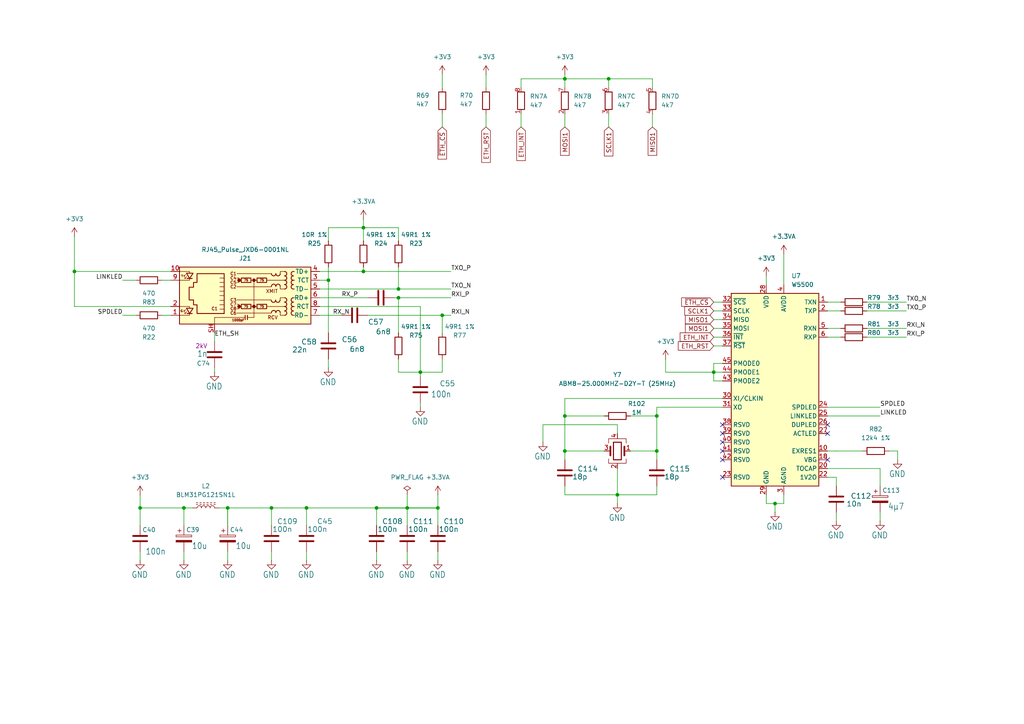
<source format=kicad_sch>
(kicad_sch (version 20231120) (generator "eeschema") (generator_version "8.0")
  (paper "A4")
  (lib_symbols
    (symbol "Connector:RJ45_Pulse_JXD6-0001NL"
      (property "Reference" "J" (at 17.78 10.16 0))
      (property "Value" "RJ45_Pulse_JXD6-0001NL" (at -6.35 10.16 0))
      (symbol "RJ45_Pulse_JXD6-0001NL_0_0"
        (text "C1" (at 4.699 6.985 0) (effects (font (size 0.889 0.889))))
        (text "C1" (at 10.16 -3.175 0) (effects (font (size 0.889 0.889))))
        (text "C2" (at 4.699 3.175 0) (effects (font (size 0.889 0.889))))
        (text "C3" (at 4.699 -0.635 0) (effects (font (size 0.889 0.889))))
        (text "C4" (at 4.699 5.715 0) (effects (font (size 0.889 0.889))))
        (text "C5" (at 4.699 4.445 0) (effects (font (size 0.889 0.889))))
        (text "C6" (at 4.699 -4.445 0) (effects (font (size 0.889 0.889))))
        (text "C7" (at 4.699 -1.905 0) (effects (font (size 0.889 0.889))))
        (text "C8" (at 4.699 -3.175 0) (effects (font (size 0.889 0.889))))
        (text "RCV" (at -8.255 -5.715 0) (effects (font (size 1.016 1.016)) (justify left)))
        (text "XMIT" (at -8.255 1.905 0) (effects (font (size 1.016 1.016)) (justify left)))
      )
      (symbol "RJ45_Pulse_JXD6-0001NL_1_0"
        (text "1000pF" (at 3.302 -6.477 0) (effects (font (size 0.635 0.635))))
      )
      (symbol "RJ45_Pulse_JXD6-0001NL_1_1"
        (text "75" (at -3.556 -2.54 0) (effects (font (size 0.635 0.635))))
        (text "75" (at -3.556 5.08 0) (effects (font (size 0.635 0.635))))
        (text "75" (at 1.016 -2.54 0) (effects (font (size 0.635 0.635))))
        (text "75" (at 1.016 5.08 0) (effects (font (size 0.635 0.635))))
        (text "G" (at 19.685 -3.81 0) (effects (font (size 0.635 0.635))))
        (text "Y" (at 19.558 6.35 0) (effects (font (size 0.635 0.635))))
        (pin passive line (at 22.86 -5.08 180) (length 2.54) (name "") (number "1"))
        (pin passive line (at 22.86 7.62 180) (length 2.54) (name "") (number "10"))
        (pin passive line (at 22.86 -2.54 180) (length 2.54) (name "") (number "2"))
        (pin passive line (at -20.32 5.08 0) (length 2.54) (name "TCT") (number "3"))
        (pin passive line (at -20.32 7.62 0) (length 2.54) (name "TD+") (number "4"))
        (pin passive line (at -20.32 2.54 0) (length 2.54) (name "TD-") (number "5"))
        (pin passive line (at -20.32 0 0) (length 2.54) (name "RD+") (number "6"))
        (pin passive line (at -20.32 -5.08 0) (length 2.54) (name "RD-") (number "7"))
        (pin passive line (at -20.32 -2.54 0) (length 2.54) (name "RCT") (number "8"))
        (pin passive line (at 22.86 5.08 180) (length 2.54) (name "") (number "9"))
        (pin power_in line (at 10.16 -10.16 90) (length 2.54) (name "") (number "SH"))
      )
    )
    (symbol "Device:C" (pin_numbers hide) (pin_names (offset 0.254))
      (property "Reference" "C" (at 0.635 2.54 0))
      (property "Value" "C" (at 0.635 -2.54 0))
      (symbol "C_1_1"
        (pin passive line (at 0 3.81 270) (length 2.794) (name "~") (number "1"))
        (pin passive line (at 0 -3.81 90) (length 2.794) (name "~") (number "2"))
      )
    )
    (symbol "Device:C_Polarized" (pin_numbers hide) (pin_names (offset 0.254))
      (property "Reference" "C" (at 0.635 2.54 0))
      (property "Value" "C_Polarized" (at 0.635 -2.54 0))
      (symbol "C_Polarized_1_1"
        (pin passive line (at 0 3.81 270) (length 2.794) (name "~") (number "1"))
        (pin passive line (at 0 -3.81 90) (length 2.794) (name "~") (number "2"))
      )
    )
    (symbol "Device:Crystal_GND24" (pin_names (offset 1.016) hide)
      (property "Reference" "Y" (at 3.175 5.08 0))
      (property "Value" "Crystal_GND24" (at 3.175 3.175 0))
      (symbol "Crystal_GND24_1_1"
        (pin passive line (at -3.81 0 0) (length 1.27) (name "1") (number "1"))
        (pin passive line (at 0 5.08 270) (length 1.27) (name "2") (number "2"))
        (pin passive line (at 3.81 0 180) (length 1.27) (name "3") (number "3"))
        (pin passive line (at 0 -5.08 90) (length 1.27) (name "4") (number "4"))
      )
    )
    (symbol "Device:L_Ferrite" (pin_numbers hide) (pin_names (offset 1.016) hide)
      (property "Reference" "L" (at -1.27 0 90))
      (property "Value" "L_Ferrite" (at 2.794 0 90))
      (symbol "L_Ferrite_1_1"
        (pin passive line (at 0 3.81 270) (length 1.27) (name "1") (number "1"))
        (pin passive line (at 0 -3.81 90) (length 1.27) (name "2") (number "2"))
      )
    )
    (symbol "Device:R" (pin_numbers hide) (pin_names (offset 0))
      (property "Reference" "R" (at 2.032 0 90))
      (property "Value" "R" (at 0 0 90))
      (symbol "R_1_1"
        (pin passive line (at 0 3.81 270) (length 1.27) (name "~") (number "1"))
        (pin passive line (at 0 -3.81 90) (length 1.27) (name "~") (number "2"))
      )
    )
    (symbol "Device:R_Pack04_Split" (pin_names (offset 0) hide)
      (property "Reference" "RN" (at 2.032 0 90))
      (property "Value" "R_Pack04_Split" (at 0 0 90))
      (symbol "R_Pack04_Split_1_1"
        (pin passive line (at 0 -3.81 90) (length 1.27) (name "R1.1") (number "1"))
        (pin passive line (at 0 3.81 270) (length 1.27) (name "R1.2") (number "8"))
      )
      (symbol "R_Pack04_Split_2_1"
        (pin passive line (at 0 -3.81 90) (length 1.27) (name "R2.1") (number "2"))
        (pin passive line (at 0 3.81 270) (length 1.27) (name "R2.2") (number "7"))
      )
      (symbol "R_Pack04_Split_3_1"
        (pin passive line (at 0 -3.81 90) (length 1.27) (name "R3.1") (number "3"))
        (pin passive line (at 0 3.81 270) (length 1.27) (name "R3.2") (number "6"))
      )
      (symbol "R_Pack04_Split_4_1"
        (pin passive line (at 0 -3.81 90) (length 1.27) (name "R4.1") (number "4"))
        (pin passive line (at 0 3.81 270) (length 1.27) (name "R4.2") (number "5"))
      )
    )
    (symbol "Interface_Ethernet:W5500"
      (property "Reference" "U" (at -11.43 29.21 0))
      (property "Value" "W5500" (at 8.89 29.21 0))
      (symbol "W5500_1_1"
        (pin output line (at 15.24 25.4 180) (length 2.54) (name "TXN") (number "1"))
        (pin passive line (at 15.24 -17.78 180) (length 2.54) (name "EXRES1") (number "10"))
        (pin passive line (at 2.54 30.48 270) (length 2.54) hide (name "AVDD") (number "11"))
        (pin no_connect line (at 12.7 7.62 180) (length 2.54) hide (name "NC") (number "12"))
        (pin no_connect line (at 12.7 5.08 180) (length 2.54) hide (name "NC") (number "13"))
        (pin passive line (at 2.54 -30.48 90) (length 2.54) hide (name "AGND") (number "14"))
        (pin passive line (at 2.54 30.48 270) (length 2.54) hide (name "AVDD") (number "15"))
        (pin passive line (at 2.54 -30.48 90) (length 2.54) hide (name "AGND") (number "16"))
        (pin passive line (at 2.54 30.48 270) (length 2.54) hide (name "AVDD") (number "17"))
        (pin passive line (at 15.24 -20.32 180) (length 2.54) (name "VBG") (number "18"))
        (pin passive line (at 2.54 -30.48 90) (length 2.54) hide (name "AGND") (number "19"))
        (pin output line (at 15.24 22.86 180) (length 2.54) (name "TXP") (number "2"))
        (pin passive line (at 15.24 -22.86 180) (length 2.54) (name "TOCAP") (number "20"))
        (pin passive line (at 2.54 30.48 270) (length 2.54) hide (name "AVDD") (number "21"))
        (pin output line (at 15.24 -25.4 180) (length 2.54) (name "1V2O") (number "22"))
        (pin input line (at -15.24 -25.4 0) (length 2.54) (name "RSVD") (number "23"))
        (pin output line (at 15.24 -5.08 180) (length 2.54) (name "SPDLED") (number "24"))
        (pin output line (at 15.24 -7.62 180) (length 2.54) (name "LINKLED") (number "25"))
        (pin output line (at 15.24 -10.16 180) (length 2.54) (name "DUPLED") (number "26"))
        (pin output line (at 15.24 -12.7 180) (length 2.54) (name "ACTLED") (number "27"))
        (pin power_in line (at -2.54 30.48 270) (length 2.54) (name "VDD") (number "28"))
        (pin power_in line (at -2.54 -30.48 90) (length 2.54) (name "GND") (number "29"))
        (pin power_in line (at 2.54 -30.48 90) (length 2.54) (name "AGND") (number "3"))
        (pin input line (at -15.24 -2.54 0) (length 2.54) (name "XI/CLKIN") (number "30"))
        (pin output line (at -15.24 -5.08 0) (length 2.54) (name "XO") (number "31"))
        (pin input line (at -15.24 25.4 0) (length 2.54) (name "~{SCS}") (number "32"))
        (pin input line (at -15.24 22.86 0) (length 2.54) (name "SCLK") (number "33"))
        (pin output line (at -15.24 20.32 0) (length 2.54) (name "MISO") (number "34"))
        (pin input line (at -15.24 17.78 0) (length 2.54) (name "MOSI") (number "35"))
        (pin input line (at -15.24 15.24 0) (length 2.54) (name "~{INT}") (number "36"))
        (pin input line (at -15.24 12.7 0) (length 2.54) (name "~{RST}") (number "37"))
        (pin input line (at -15.24 -10.16 0) (length 2.54) (name "RSVD") (number "38"))
        (pin input line (at -15.24 -12.7 0) (length 2.54) (name "RSVD") (number "39"))
        (pin power_in line (at 2.54 30.48 270) (length 2.54) (name "AVDD") (number "4"))
        (pin input line (at -15.24 -15.24 0) (length 2.54) (name "RSVD") (number "40"))
        (pin input line (at -15.24 -17.78 0) (length 2.54) (name "RSVD") (number "41"))
        (pin input line (at -15.24 -20.32 0) (length 2.54) (name "RSVD") (number "42"))
        (pin input line (at -15.24 2.54 0) (length 2.54) (name "PMODE2") (number "43"))
        (pin input line (at -15.24 5.08 0) (length 2.54) (name "PMODE1") (number "44"))
        (pin input line (at -15.24 7.62 0) (length 2.54) (name "PMODE0") (number "45"))
        (pin no_connect line (at 12.7 2.54 180) (length 2.54) hide (name "NC") (number "46"))
        (pin no_connect line (at 12.7 0 180) (length 2.54) hide (name "NC") (number "47"))
        (pin passive line (at 2.54 -30.48 90) (length 2.54) hide (name "AGND") (number "48"))
        (pin input line (at 15.24 17.78 180) (length 2.54) (name "RXN") (number "5"))
        (pin input line (at 15.24 15.24 180) (length 2.54) (name "RXP") (number "6"))
        (pin no_connect line (at 12.7 10.16 180) (length 2.54) hide (name "DNC") (number "7"))
        (pin passive line (at 2.54 30.48 270) (length 2.54) hide (name "AVDD") (number "8"))
        (pin passive line (at 2.54 -30.48 90) (length 2.54) hide (name "AGND") (number "9"))
      )
    )
    (symbol "power:+3.3VA" (power) (pin_numbers hide) (pin_names (offset 0) hide)
      (property "Value" "+3.3VA" (at 0 3.556 0))
      (symbol "+3.3VA_1_1"
        (pin power_in line (at 0 0 90) (length 0) (name "~") (number "1"))
      )
    )
    (symbol "power:+3V3" (power) (pin_numbers hide) (pin_names (offset 0) hide)
      (property "Value" "+3V3" (at 0 3.556 0))
      (symbol "+3V3_1_1"
        (pin power_in line (at 0 0 90) (length 0) (name "~") (number "1"))
      )
    )
    (symbol "power:GND" (power) (pin_numbers hide) (pin_names (offset 0) hide)
      (property "Value" "GND" (at 0 -3.81 0))
      (symbol "GND_1_1"
        (pin power_in line (at 0 0 270) (length 0) (name "~") (number "1"))
      )
    )
    (symbol "power:PWR_FLAG" (power) (pin_numbers hide) (pin_names (offset 0) hide)
      (property "Value" "PWR_FLAG" (at 0 3.81 0))
      (symbol "PWR_FLAG_0_0"
        (pin power_out line (at 0 0 90) (length 0) (name "~") (number "1"))
      )
    )
  )
  (junction (at 109.22 147.32))
  (junction (at 127 147.32))
  (junction (at 78.74 147.32))
  (junction (at 224.79 146.05))
  (junction (at 105.41 66.04))
  (junction (at 95.25 81.28))
  (junction (at 115.57 86.36))
  (junction (at 115.57 83.82))
  (junction (at 105.41 78.74))
  (junction (at 53.34 147.32))
  (junction (at 88.9 147.32))
  (junction (at 66.04 147.32))
  (junction (at 163.83 22.86))
  (junction (at 190.5 120.65))
  (junction (at 121.92 107.95))
  (junction (at 118.11 147.32))
  (junction (at 163.83 120.65))
  (junction (at 163.83 130.81))
  (junction (at 190.5 130.81))
  (junction (at 176.53 22.86))
  (junction (at 21.59 78.74))
  (junction (at 207.01 107.95))
  (junction (at 179.07 143.51))
  (junction (at 128.27 91.44))
  (junction (at 40.64 147.32))
  (no_connect (at 240.03 133.35))
  (no_connect (at 209.55 125.73))
  (no_connect (at 209.55 123.19))
  (no_connect (at 240.03 123.19))
  (no_connect (at 209.55 138.43))
  (no_connect (at 209.55 130.81))
  (no_connect (at 209.55 133.35))
  (no_connect (at 240.03 125.73))
  (no_connect (at 209.55 128.27))
  (wire (pts (xy 179.07 143.51) (xy 179.07 146.05)) (stroke (width 0.1524)))
  (wire (pts (xy 127 147.32) (xy 118.11 147.32)))
  (wire (pts (xy 163.83 133.35) (xy 163.83 130.81)))
  (wire (pts (xy 95.25 81.28) (xy 95.25 96.52)))
  (wire (pts (xy 66.04 147.32) (xy 78.74 147.32)) (stroke (width 0.1524)))
  (wire (pts (xy 251.46 97.79) (xy 262.89 97.79)))
  (wire (pts (xy 128.27 96.52) (xy 128.27 91.44)))
  (wire (pts (xy 163.83 22.86) (xy 163.83 25.4)))
  (wire (pts (xy 163.83 130.81) (xy 175.26 130.81)))
  (wire (pts (xy 163.83 22.86) (xy 176.53 22.86)))
  (wire (pts (xy 257.81 130.81) (xy 260.35 130.81)))
  (wire (pts (xy 240.03 97.79) (xy 243.84 97.79)))
  (wire (pts (xy 118.11 160.02) (xy 118.11 162.56)))
  (wire (pts (xy 95.25 81.28) (xy 92.71 81.28)))
  (wire (pts (xy 66.04 147.32) (xy 66.04 152.4)) (stroke (width 0.1524)))
  (wire (pts (xy 209.55 115.57) (xy 163.83 115.57)))
  (wire (pts (xy 240.03 90.17) (xy 243.84 90.17)))
  (wire (pts (xy 105.41 66.04) (xy 105.41 69.85)))
  (wire (pts (xy 176.53 22.86) (xy 176.53 25.4)))
  (wire (pts (xy 115.57 83.82) (xy 130.81 83.82)))
  (wire (pts (xy 209.55 105.41) (xy 207.01 105.41)))
  (wire (pts (xy 163.83 36.83) (xy 163.83 33.02)))
  (wire (pts (xy 78.74 160.02) (xy 78.74 162.56)))
  (wire (pts (xy 163.83 140.97) (xy 163.83 143.51)))
  (wire (pts (xy 176.53 22.86) (xy 189.23 22.86)))
  (wire (pts (xy 92.71 91.44) (xy 99.06 91.44)))
  (wire (pts (xy 157.48 123.19) (xy 173.99 123.19)) (stroke (width 0.1524)))
  (wire (pts (xy 255.27 135.89) (xy 240.03 135.89)))
  (wire (pts (xy 92.71 78.74) (xy 105.41 78.74)))
  (wire (pts (xy 127 143.51) (xy 127 147.32)))
  (wire (pts (xy 179.07 125.73) (xy 179.07 123.19)))
  (wire (pts (xy 39.37 91.44) (xy 35.56 91.44)))
  (wire (pts (xy 46.99 91.44) (xy 49.53 91.44)))
  (wire (pts (xy 88.9 147.32) (xy 109.22 147.32)))
  (wire (pts (xy 118.11 147.32) (xy 109.22 147.32)))
  (wire (pts (xy 127 147.32) (xy 127 152.4)) (stroke (width 0.1524)))
  (wire (pts (xy 260.35 133.35) (xy 260.35 130.81)))
  (wire (pts (xy 182.88 120.65) (xy 190.5 120.65)))
  (wire (pts (xy 115.57 86.36) (xy 115.57 96.52)))
  (wire (pts (xy 207.01 105.41) (xy 207.01 107.95)))
  (wire (pts (xy 40.64 147.32) (xy 53.34 147.32)) (stroke (width 0.1524)))
  (wire (pts (xy 151.13 33.02) (xy 151.13 36.83)))
  (wire (pts (xy 251.46 87.63) (xy 262.89 87.63)))
  (wire (pts (xy 224.79 146.05) (xy 222.25 146.05)))
  (wire (pts (xy 176.53 36.83) (xy 176.53 33.02)))
  (wire (pts (xy 62.23 106.68) (xy 62.23 107.95)))
  (wire (pts (xy 179.07 123.19) (xy 173.99 123.19)))
  (wire (pts (xy 121.92 107.95) (xy 121.92 109.22)))
  (wire (pts (xy 240.03 130.81) (xy 242.57 130.81)) (stroke (width 0.1524)))
  (wire (pts (xy 53.34 162.56) (xy 53.34 160.02)))
  (wire (pts (xy 193.04 107.95) (xy 207.01 107.95)))
  (wire (pts (xy 157.48 123.19) (xy 157.48 128.27)) (stroke (width 0.1524)))
  (wire (pts (xy 255.27 120.65) (xy 240.03 120.65)))
  (wire (pts (xy 190.5 120.65) (xy 190.5 130.81)))
  (wire (pts (xy 128.27 91.44) (xy 130.81 91.44)))
  (wire (pts (xy 66.04 152.4) (xy 66.04 147.32)))
  (wire (pts (xy 128.27 21.59) (xy 128.27 25.4)))
  (wire (pts (xy 115.57 104.14) (xy 115.57 107.95)))
  (wire (pts (xy 207.01 87.63) (xy 209.55 87.63)))
  (wire (pts (xy 88.9 147.32) (xy 88.9 152.4)) (stroke (width 0.1524)))
  (wire (pts (xy 207.01 92.71) (xy 209.55 92.71)))
  (wire (pts (xy 190.5 133.35) (xy 190.5 130.81)))
  (wire (pts (xy 163.83 115.57) (xy 163.83 120.65)))
  (wire (pts (xy 242.57 140.97) (xy 242.57 138.43)))
  (wire (pts (xy 190.5 118.11) (xy 209.55 118.11)))
  (wire (pts (xy 109.22 147.32) (xy 109.22 152.4)) (stroke (width 0.1524)))
  (wire (pts (xy 182.88 130.81) (xy 190.5 130.81)))
  (wire (pts (xy 207.01 107.95) (xy 209.55 107.95)))
  (wire (pts (xy 240.03 95.25) (xy 243.84 95.25)))
  (wire (pts (xy 207.01 90.17) (xy 209.55 90.17)))
  (wire (pts (xy 88.9 147.32) (xy 78.74 147.32)) (stroke (width 0.1524)))
  (wire (pts (xy 255.27 140.97) (xy 255.27 135.89)))
  (wire (pts (xy 190.5 118.11) (xy 190.5 120.65)))
  (wire (pts (xy 39.37 81.28) (xy 35.56 81.28)))
  (wire (pts (xy 95.25 66.04) (xy 105.41 66.04)))
  (wire (pts (xy 240.03 87.63) (xy 243.84 87.63)))
  (wire (pts (xy 40.64 162.56) (xy 40.64 160.02)))
  (wire (pts (xy 92.71 86.36) (xy 106.68 86.36)))
  (wire (pts (xy 115.57 66.04) (xy 115.57 69.85)))
  (wire (pts (xy 78.74 147.32) (xy 78.74 152.4)) (stroke (width 0.1524)))
  (wire (pts (xy 21.59 88.9) (xy 49.53 88.9)))
  (wire (pts (xy 224.79 148.59) (xy 224.79 146.05)))
  (wire (pts (xy 251.46 90.17) (xy 262.89 90.17)))
  (wire (pts (xy 140.97 36.83) (xy 140.97 33.02)))
  (wire (pts (xy 140.97 21.59) (xy 140.97 25.4)))
  (wire (pts (xy 66.04 147.32) (xy 63.5 147.32)))
  (wire (pts (xy 62.23 99.06) (xy 62.23 96.52)))
  (wire (pts (xy 151.13 22.86) (xy 163.83 22.86)))
  (wire (pts (xy 250.19 130.81) (xy 242.57 130.81)))
  (wire (pts (xy 105.41 63.5) (xy 105.41 66.04)))
  (wire (pts (xy 190.5 143.51) (xy 179.07 143.51)))
  (wire (pts (xy 114.3 86.36) (xy 115.57 86.36)))
  (wire (pts (xy 21.59 78.74) (xy 21.59 88.9)) (stroke (width 0.1524)))
  (wire (pts (xy 163.83 143.51) (xy 179.07 143.51)))
  (wire (pts (xy 189.23 36.83) (xy 189.23 33.02)))
  (wire (pts (xy 40.64 147.32) (xy 40.64 143.51)) (stroke (width 0.1524)))
  (wire (pts (xy 109.22 147.32) (xy 118.11 147.32)) (stroke (width 0.1524)))
  (wire (pts (xy 21.59 78.74) (xy 49.53 78.74)))
  (wire (pts (xy 251.46 95.25) (xy 262.89 95.25)))
  (wire (pts (xy 222.25 80.01) (xy 222.25 82.55)))
  (wire (pts (xy 189.23 22.86) (xy 189.23 25.4)))
  (wire (pts (xy 193.04 107.95) (xy 193.04 104.14)))
  (wire (pts (xy 109.22 160.02) (xy 109.22 162.56)))
  (wire (pts (xy 95.25 106.68) (xy 95.25 104.14)))
  (wire (pts (xy 121.92 116.84) (xy 121.92 118.11)))
  (wire (pts (xy 46.99 81.28) (xy 49.53 81.28)))
  (wire (pts (xy 121.92 88.9) (xy 121.92 107.95)))
  (wire (pts (xy 163.83 21.59) (xy 163.83 22.86)))
  (wire (pts (xy 88.9 160.02) (xy 88.9 162.56)))
  (wire (pts (xy 105.41 66.04) (xy 115.57 66.04)))
  (wire (pts (xy 95.25 77.47) (xy 95.25 81.28)))
  (wire (pts (xy 207.01 97.79) (xy 209.55 97.79)))
  (wire (pts (xy 179.07 135.89) (xy 179.07 143.51)) (stroke (width 0.1524)))
  (wire (pts (xy 128.27 36.83) (xy 128.27 33.02)))
  (wire (pts (xy 118.11 143.51) (xy 118.11 147.32)))
  (wire (pts (xy 163.83 120.65) (xy 163.83 130.81)))
  (wire (pts (xy 53.34 147.32) (xy 55.88 147.32)) (stroke (width 0.1524)))
  (wire (pts (xy 242.57 138.43) (xy 240.03 138.43)))
  (wire (pts (xy 95.25 69.85) (xy 95.25 66.04)))
  (wire (pts (xy 53.34 152.4) (xy 53.34 147.32)))
  (wire (pts (xy 118.11 147.32) (xy 118.11 152.4)) (stroke (width 0.1524)))
  (wire (pts (xy 255.27 151.13) (xy 255.27 148.59)))
  (wire (pts (xy 105.41 78.74) (xy 130.81 78.74)))
  (wire (pts (xy 115.57 107.95) (xy 121.92 107.95)))
  (wire (pts (xy 151.13 22.86) (xy 151.13 25.4)))
  (wire (pts (xy 163.83 120.65) (xy 175.26 120.65)))
  (wire (pts (xy 115.57 86.36) (xy 130.81 86.36)))
  (wire (pts (xy 207.01 110.49) (xy 209.55 110.49)))
  (wire (pts (xy 227.33 146.05) (xy 227.33 143.51)))
  (wire (pts (xy 128.27 104.14) (xy 128.27 107.95)))
  (wire (pts (xy 207.01 107.95) (xy 207.01 110.49)))
  (wire (pts (xy 255.27 118.11) (xy 240.03 118.11)))
  (wire (pts (xy 92.71 88.9) (xy 121.92 88.9)))
  (wire (pts (xy 118.11 147.32) (xy 127 147.32)) (stroke (width 0.1524)))
  (wire (pts (xy 190.5 140.97) (xy 190.5 143.51)))
  (wire (pts (xy 92.71 83.82) (xy 115.57 83.82)))
  (wire (pts (xy 242.57 151.13) (xy 242.57 148.59)))
  (wire (pts (xy 106.68 91.44) (xy 128.27 91.44)))
  (wire (pts (xy 227.33 73.66) (xy 227.33 82.55)))
  (wire (pts (xy 66.04 160.02) (xy 66.04 162.56)))
  (wire (pts (xy 127 160.02) (xy 127 162.56)))
  (wire (pts (xy 121.92 107.95) (xy 128.27 107.95)))
  (wire (pts (xy 222.25 146.05) (xy 222.25 143.51)))
  (wire (pts (xy 40.64 152.4) (xy 40.64 147.32)))
  (wire (pts (xy 115.57 77.47) (xy 115.57 83.82)))
  (wire (pts (xy 224.79 146.05) (xy 227.33 146.05)))
  (wire (pts (xy 207.01 95.25) (xy 209.55 95.25)))
  (wire (pts (xy 105.41 77.47) (xy 105.41 78.74)))
  (wire (pts (xy 207.01 100.33) (xy 209.55 100.33)))
  (wire (pts (xy 21.59 68.58) (xy 21.59 78.74)) (stroke (width 0.1524)))
  (label "TXO_N" (at 130.81 83.82 0) (effects (font (size 1.2446 1.2446))))
  (label "LINKLED" (at 35.56 81.28 180) (effects (font (size 1.2446 1.2446))))
  (label "RX_N" (at 96.52 91.44 0) (effects (font (size 1.2446 1.2446))))
  (label "TXO_P" (at 262.89 90.17 0) (effects (font (size 1.2446 1.2446))))
  (label "RXI_N" (at 130.81 91.44 0) (effects (font (size 1.2446 1.2446))))
  (label "RXI_N" (at 262.89 95.25 0) (effects (font (size 1.2446 1.2446))))
  (label "RXI_P" (at 130.81 86.36 0) (effects (font (size 1.2446 1.2446))))
  (label "ETH_SH" (at 62.23 97.79 0))
  (label "RX_P" (at 99.06 86.36 0) (effects (font (size 1.2446 1.2446))))
  (label "TXO_N" (at 262.89 87.63 0) (effects (font (size 1.2446 1.2446))))
  (label "LINKLED" (at 255.27 120.65 0) (effects (font (size 1.2446 1.2446))))
  (label "TXO_P" (at 130.81 78.74 0) (effects (font (size 1.2446 1.2446))))
  (label "SPDLED" (at 35.56 91.44 180) (effects (font (size 1.2446 1.2446))))
  (label "RXI_P" (at 262.89 97.79 0) (effects (font (size 1.2446 1.2446))))
  (label "SPDLED" (at 255.27 118.11 0) (effects (font (size 1.2446 1.2446))))
  (global_label "MISO1" (shape input) (at 189.23 36.83 270) (property "Intersheetrefs" "${INTERSHEET_REFS}" (effects (hide yes))))
  (global_label "~{ETH_CS}" (shape input) (at 207.01 87.63 180) (property "Intersheetrefs" "${INTERSHEET_REFS}" (effects (hide yes))))
  (global_label "ETH_RST" (shape input) (at 140.97 36.83 270) (property "Intersheetrefs" "${INTERSHEET_REFS}" (effects (hide yes))))
  (global_label "MOSI1" (shape input) (at 207.01 95.25 180) (property "Intersheetrefs" "${INTERSHEET_REFS}" (effects (hide yes))))
  (global_label "SCLK1" (shape input) (at 207.01 90.17 180) (property "Intersheetrefs" "${INTERSHEET_REFS}" (effects (hide yes))))
  (global_label "MOSI1" (shape input) (at 163.83 36.83 270) (property "Intersheetrefs" "${INTERSHEET_REFS}" (effects (hide yes))))
  (global_label "ETH_INT" (shape input) (at 151.13 36.83 270) (property "Intersheetrefs" "${INTERSHEET_REFS}" (effects (hide yes))))
  (global_label "ETH_INT" (shape input) (at 207.01 97.79 180) (property "Intersheetrefs" "${INTERSHEET_REFS}" (effects (hide yes))))
  (global_label "SCLK1" (shape input) (at 176.53 36.83 270) (property "Intersheetrefs" "${INTERSHEET_REFS}" (effects (hide yes))))
  (global_label "MISO1" (shape input) (at 207.01 92.71 180) (property "Intersheetrefs" "${INTERSHEET_REFS}" (effects (hide yes))))
  (global_label "~{ETH_CS}" (shape input) (at 128.27 36.83 270) (property "Intersheetrefs" "${INTERSHEET_REFS}" (effects (hide yes))))
  (global_label "ETH_RST" (shape input) (at 207.01 100.33 180) (property "Intersheetrefs" "${INTERSHEET_REFS}" (effects (hide yes))))
  (symbol (lib_id "Device:R") (at 247.65 95.25 90) (unit 1)
    (property "Reference" "R81" (at 253.492 93.98 90))
    (property "Value" "3r3" (at 259.08 93.98 90))
    (property "Footprint" "Resistor_SMD:R_0805_2012Metric_Pad1.20x1.40mm_HandSolder" (effects (hide yes)))
    (property "Description" "Resistor" (effects (hide yes)))
  )
  (symbol (lib_id "power:GND") (at 260.35 133.35 0) (unit 1)
    (property "Reference" "#GND01117" (effects (hide yes)))
    (property "Value" "GND" (at 257.81 138.43 0) (effects (font (size 1.778 1.5113)) (justify left bottom)))
    (property "Description" "Power symbol creates a global label with name \"GND\" , ground" (effects (hide yes)))
  )
  (symbol (lib_id "power:GND") (at 255.27 151.13 0) (unit 1)
    (property "Reference" "#GND01116" (effects (hide yes)))
    (property "Value" "GND" (at 252.73 156.21 0) (effects (font (size 1.778 1.5113)) (justify left bottom)))
    (property "Description" "Power symbol creates a global label with name \"GND\" , ground" (effects (hide yes)))
  )
  (symbol (lib_id "power:PWR_FLAG") (at 118.11 143.51 0) (unit 1)
    (property "Reference" "#FLG01101" (effects (hide yes)))
    (property "Value" "PWR_FLAG" (at 118.11 138.43 0))
    (property "Description" "Special symbol for telling ERC where power comes from" (effects (hide yes)))
  )
  (symbol (lib_id "Device:R") (at 128.27 29.21 0) (unit 1)
    (property "Reference" "R69" (at 120.65 27.686 0) (effects (justify left)))
    (property "Value" "4k7" (at 120.65 30.226 0) (effects (justify left)))
    (property "Footprint" "Resistor_SMD:R_1210_3225Metric_Pad1.30x2.65mm_HandSolder" (effects (hide yes)))
    (property "Description" "Resistor" (effects (hide yes)))
  )
  (symbol (lib_id "Device:R") (at 115.57 73.66 0) (unit 1)
    (property "Reference" "R23" (at 120.65 70.612 0))
    (property "Value" "49R1 1%" (at 120.65 68.072 0))
    (property "Footprint" "Resistor_SMD:R_0805_2012Metric_Pad1.20x1.40mm_HandSolder" (effects (hide yes)))
    (property "Description" "Resistor" (effects (hide yes)))
  )
  (symbol (lib_id "power:+3V3") (at 222.25 80.01 0) (mirror y) (unit 1)
    (property "Reference" "#PWR01109" (effects (hide yes)))
    (property "Value" "+3V3" (at 222.25 74.93 0))
    (property "Description" "Power symbol creates a global label with name \"+3V3\"" (effects (hide yes)))
  )
  (symbol (lib_id "Device:C") (at 88.9 156.21 180) (unit 1)
    (property "Reference" "C45" (at 96.52 150.368 0) (effects (font (size 1.4986 1.4986)) (justify left bottom)))
    (property "Value" "100n" (at 94.996 152.654 0) (effects (font (size 1.4986 1.4986)) (justify left bottom)))
    (property "Footprint" "Capacitor_SMD:C_0805_2012Metric_Pad1.18x1.45mm_HandSolder" (effects (hide yes)))
    (property "Description" "Unpolarized capacitor" (effects (hide yes)))
    (property "manf#" "C0603C183K5RACTU" (effects (hide yes)))
  )
  (symbol (lib_id "power:+3V3") (at 140.97 21.59 0) (unit 1)
    (property "Reference" "#PWR01106" (effects (hide yes)))
    (property "Value" "+3V3" (at 140.97 16.51 0))
    (property "Description" "Power symbol creates a global label with name \"+3V3\"" (effects (hide yes)))
  )
  (symbol (lib_id "power:GND") (at 179.07 146.05 0) (unit 1)
    (property "Reference" "#GND01113" (effects (hide yes)))
    (property "Value" "GND" (at 176.53 151.13 0) (effects (font (size 1.778 1.5113)) (justify left bottom)))
    (property "Description" "Power symbol creates a global label with name \"GND\" , ground" (effects (hide yes)))
    (instances (project "CentraleDeMesure" (path "" (reference "#GND01113") (unit 1))) (project "Module_ES_A" (path "" (reference "#GND037") (unit 1))))
  )
  (symbol (lib_id "Interface_Ethernet:W5500") (at 224.79 113.03 0) (unit 1)
    (property "Reference" "U7" (at 229.5241 80.01 0) (effects (justify left)))
    (property "Value" "W5500" (at 229.5241 82.55 0) (effects (justify left)))
    (property "Footprint" "Package_QFP:LQFP-48_7x7mm_P0.5mm" (effects (hide yes)))
    (property "Datasheet" "http://wizwiki.net/wiki/lib/exe/fetch.php/products:w5500:w5500_ds_v109e.pdf" (effects (hide yes)))
    (property "Description" "10/100Mb SPI Ethernet controller with TCP/IP stack, LQFP-48" (effects (hide yes)))
  )
  (symbol (lib_id "Device:C") (at 102.87 91.44 270) (unit 1)
    (property "Reference" "C56" (at 99.06 99.314 90) (effects (font (size 1.4986 1.4986)) (justify left bottom)))
    (property "Value" "6n8" (at 101.346 102.108 90) (effects (font (size 1.4986 1.4986)) (justify left bottom)))
    (property "Footprint" "Capacitor_SMD:C_0805_2012Metric_Pad1.18x1.45mm_HandSolder" (effects (hide yes)))
    (property "Description" "Unpolarized capacitor" (effects (hide yes)))
    (property "manf#" "C0603C183K5RACTU" (effects (hide yes)))
  )
  (symbol (lib_id "Device:R") (at 115.57 100.33 0) (unit 1)
    (property "Reference" "R75" (at 120.65 97.282 0))
    (property "Value" "49R1 1%" (at 120.65 94.742 0))
    (property "Footprint" "Resistor_SMD:R_0805_2012Metric_Pad1.20x1.40mm_HandSolder" (effects (hide yes)))
    (property "Description" "Resistor" (effects (hide yes)))
  )
  (symbol (lib_id "power:+3V3") (at 193.04 104.14 0) (mirror y) (unit 1)
    (property "Reference" "#PWR01108" (effects (hide yes)))
    (property "Value" "+3V3" (at 193.04 99.06 0))
    (property "Description" "Power symbol creates a global label with name \"+3V3\"" (effects (hide yes)))
  )
  (symbol (lib_id "Device:R_Pack04_Split") (at 151.13 29.21 0) (unit 1)
    (property "Reference" "RN7" (at 153.67 27.9399 0) (effects (justify left)))
    (property "Value" "4k7" (at 153.67 30.4799 0) (effects (justify left)))
    (property "Footprint" "Resistor_SMD:R_Array_Convex_4x1206" (effects (hide yes)))
    (property "Description" "4 resistor network, parallel topology, split" (effects (hide yes)))
    (property "Fournisseur" "Bourns CAT16A-103J4LF" (effects (hide yes)))
  )
  (symbol (lib_id "Device:C") (at 40.64 156.21 0) (unit 1)
    (property "Reference" "C40" (at 41.275 153.67 0) (effects (justify left)))
    (property "Value" "100n" (at 42.164 160.909 0) (effects (font (size 1.778 1.5113)) (justify left bottom)))
    (property "Footprint" "Capacitor_SMD:C_1210_3225Metric_Pad1.33x2.70mm_HandSolder" (effects (hide yes)))
    (property "Description" "Unpolarized capacitor" (effects (hide yes)))
    (instances (project "CentraleDeMesure" (path "" (reference "C40") (unit 1))) (project "Module_ES_A" (path "" (reference "C41") (unit 1))))
  )
  (symbol (lib_id "Device:Crystal_GND24") (at 179.07 130.81 180) (unit 1)
    (property "Reference" "Y7" (at 179.07 108.712 0))
    (property "Value" "ABM8-25.000MHZ-D2Y-T (25MHz)" (at 179.07 111.252 0))
    (property "Footprint" "Crystal:Crystal_SMD_3225-4Pin_3.2x2.5mm" (effects (hide yes)))
    (property "Description" "Four pin crystal, GND on pins 2 and 4" (effects (hide yes)))
  )
  (symbol (lib_id "power:GND") (at 224.79 148.59 0) (unit 1)
    (property "Reference" "#GND01114" (effects (hide yes)))
    (property "Value" "GND" (at 222.25 153.67 0) (effects (font (size 1.778 1.5113)) (justify left bottom)))
    (property "Description" "Power symbol creates a global label with name \"GND\" , ground" (effects (hide yes)))
  )
  (symbol (lib_id "power:GND") (at 62.23 107.95 0) (unit 1)
    (property "Reference" "#GND01103" (effects (hide yes)))
    (property "Value" "GND" (at 59.69 113.03 0) (effects (font (size 1.778 1.5113)) (justify left bottom)))
    (property "Description" "Power symbol creates a global label with name \"GND\" , ground" (effects (hide yes)))
  )
  (symbol (lib_id "Device:R") (at 128.27 100.33 0) (unit 1)
    (property "Reference" "R77" (at 133.35 97.282 0))
    (property "Value" "49R1 1%" (at 133.35 94.742 0))
    (property "Footprint" "Resistor_SMD:R_0805_2012Metric_Pad1.20x1.40mm_HandSolder" (effects (hide yes)))
    (property "Description" "Resistor" (effects (hide yes)))
  )
  (symbol (lib_id "Device:C") (at 110.49 86.36 270) (unit 1)
    (property "Reference" "C57" (at 106.68 94.234 90) (effects (font (size 1.4986 1.4986)) (justify left bottom)))
    (property "Value" "6n8" (at 108.966 97.028 90) (effects (font (size 1.4986 1.4986)) (justify left bottom)))
    (property "Footprint" "Capacitor_SMD:C_0805_2012Metric_Pad1.18x1.45mm_HandSolder" (effects (hide yes)))
    (property "Description" "Unpolarized capacitor" (effects (hide yes)))
    (property "manf#" "C0603C183K5RACTU" (effects (hide yes)))
  )
  (symbol (lib_id "Device:C") (at 242.57 144.78 180) (unit 1)
    (property "Reference" "C112" (at 252.73 143.002 0) (effects (font (size 1.4986 1.4986)) (justify left bottom)))
    (property "Value" "10n" (at 249.936 145.288 0) (effects (font (size 1.4986 1.4986)) (justify left bottom)))
    (property "Footprint" "Capacitor_SMD:C_0805_2012Metric_Pad1.18x1.45mm_HandSolder" (effects (hide yes)))
    (property "Description" "Unpolarized capacitor" (effects (hide yes)))
    (property "manf#" "C0603C183K5RACTU" (effects (hide yes)))
  )
  (symbol (lib_id "power:GND") (at 118.11 162.56 0) (unit 1)
    (property "Reference" "#GND01109" (effects (hide yes)))
    (property "Value" "GND" (at 115.57 167.64 0) (effects (font (size 1.778 1.5113)) (justify left bottom)))
    (property "Description" "Power symbol creates a global label with name \"GND\" , ground" (effects (hide yes)))
  )
  (symbol (lib_id "Connector:RJ45_Pulse_JXD6-0001NL") (at 72.39 86.36 0) (mirror y) (unit 1)
    (property "Reference" "J21" (at 71.12 74.93 0))
    (property "Value" "RJ45_Pulse_JXD6-0001NL" (at 71.12 72.39 0))
    (property "Footprint" "Connector_RJ:RJ45_Pulse_JXD6-0001NL_Horizontal" (effects (hide yes)))
    (property "Datasheet" "https://productfinder.pulseeng.com/doc_type/WEB301/doc_num/JXD6-0001NL/doc_part/JXD6-0001NL.pdf" (effects (hide yes)))
    (property "Description" "LAN Transformer Jack, RJ45, 10/100 BaseT" (effects (hide yes)))
  )
  (symbol (lib_id "Device:C_Polarized") (at 255.27 144.78 0) (unit 1)
    (property "Reference" "C113" (at 255.905 142.24 0) (effects (justify left)))
    (property "Value" "4µ7" (at 257.556 147.8534 0) (effects (font (size 1.778 1.5113)) (justify left bottom)))
    (property "Footprint" "Capacitor_SMD:CP_Elec_4x5.4" (effects (hide yes)))
    (property "Description" "Polarized capacitor" (effects (hide yes)))
  )
  (symbol (lib_id "Device:R") (at 43.18 91.44 90) (mirror x) (unit 1)
    (property "Reference" "R22" (at 43.18 97.79 90))
    (property "Value" "470" (at 43.18 95.25 90))
    (property "Footprint" "Resistor_SMD:R_1210_3225Metric_Pad1.30x2.65mm_HandSolder" (effects (hide yes)))
    (property "Description" "Resistor" (effects (hide yes)))
    (instances (project "CentraleDeMesure" (path "" (reference "R22") (unit 1))) (project "Module_ES_A" (path "" (reference "R52") (unit 1))))
  )
  (symbol (lib_id "power:GND") (at 121.92 118.11 0) (unit 1)
    (property "Reference" "#GND01110" (effects (hide yes)))
    (property "Value" "GND" (at 119.38 123.19 0) (effects (font (size 1.778 1.5113)) (justify left bottom)))
    (property "Description" "Power symbol creates a global label with name \"GND\" , ground" (effects (hide yes)))
  )
  (symbol (lib_id "Device:R") (at 43.18 81.28 90) (mirror x) (unit 1)
    (property "Reference" "R83" (at 43.18 87.63 90))
    (property "Value" "470" (at 43.18 85.09 90))
    (property "Footprint" "Resistor_SMD:R_1210_3225Metric_Pad1.30x2.65mm_HandSolder" (effects (hide yes)))
    (property "Description" "Resistor" (effects (hide yes)))
    (instances (project "CentraleDeMesure" (path "" (reference "R83") (unit 1))) (project "Module_ES_A" (path "" (reference "R51") (unit 1))))
  )
  (symbol (lib_id "Device:C") (at 163.83 137.16 180) (unit 1)
    (property "Reference" "C114" (at 173.482 135.128 0) (effects (font (size 1.4986 1.4986)) (justify left bottom)))
    (property "Value" "18p" (at 170.434 137.414 0) (effects (font (size 1.4986 1.4986)) (justify left bottom)))
    (property "Footprint" "Capacitor_SMD:C_0805_2012Metric_Pad1.18x1.45mm_HandSolder" (effects (hide yes)))
    (property "Description" "Unpolarized capacitor" (effects (hide yes)))
    (property "manf#" "C0603C183K5RACTU" (effects (hide yes)))
  )
  (symbol (lib_id "Device:R") (at 105.41 73.66 0) (unit 1)
    (property "Reference" "R24" (at 110.49 70.612 0))
    (property "Value" "49R1 1%" (at 110.49 68.072 0))
    (property "Footprint" "Resistor_SMD:R_0805_2012Metric_Pad1.20x1.40mm_HandSolder" (effects (hide yes)))
    (property "Description" "Resistor" (effects (hide yes)))
  )
  (symbol (lib_id "Device:R") (at 179.07 120.65 270) (unit 1)
    (property "Reference" "R102" (at 184.658 117.094 90))
    (property "Value" "1M" (at 184.658 119.634 90))
    (property "Footprint" "Resistor_SMD:R_0805_2012Metric_Pad1.20x1.40mm_HandSolder" (effects (hide yes)))
    (property "Description" "Resistor" (effects (hide yes)))
  )
  (symbol (lib_id "Device:C") (at 78.74 156.21 180) (unit 1)
    (property "Reference" "C109" (at 86.36 150.368 0) (effects (font (size 1.4986 1.4986)) (justify left bottom)))
    (property "Value" "100n" (at 84.836 152.654 0) (effects (font (size 1.4986 1.4986)) (justify left bottom)))
    (property "Footprint" "Capacitor_SMD:C_0805_2012Metric_Pad1.18x1.45mm_HandSolder" (effects (hide yes)))
    (property "Description" "Unpolarized capacitor" (effects (hide yes)))
    (property "manf#" "C0603C183K5RACTU" (effects (hide yes)))
  )
  (symbol (lib_id "power:+3.3VA") (at 227.33 73.66 0) (unit 1)
    (property "Reference" "#PWR01110" (effects (hide yes)))
    (property "Value" "+3.3VA" (at 227.33 68.58 0))
    (property "Description" "Power symbol creates a global label with name \"+3.3VA\"" (effects (hide yes)))
  )
  (symbol (lib_id "power:GND") (at 157.48 128.27 0) (unit 1)
    (property "Reference" "#GND01112" (effects (hide yes)))
    (property "Value" "GND" (at 154.94 133.35 0) (effects (font (size 1.778 1.5113)) (justify left bottom)))
    (property "Description" "Power symbol creates a global label with name \"GND\" , ground" (effects (hide yes)))
  )
  (symbol (lib_id "Device:C") (at 127 156.21 180) (unit 1)
    (property "Reference" "C110" (at 134.62 150.368 0) (effects (font (size 1.4986 1.4986)) (justify left bottom)))
    (property "Value" "100n" (at 133.096 152.654 0) (effects (font (size 1.4986 1.4986)) (justify left bottom)))
    (property "Footprint" "Capacitor_SMD:C_0805_2012Metric_Pad1.18x1.45mm_HandSolder" (effects (hide yes)))
    (property "Description" "Unpolarized capacitor" (effects (hide yes)))
    (property "manf#" "C0603C183K5RACTU" (effects (hide yes)))
  )
  (symbol (lib_id "Device:R") (at 95.25 73.66 0) (unit 1)
    (property "Reference" "R25" (at 91.186 70.612 0))
    (property "Value" "10R 1%" (at 91.186 68.072 0))
    (property "Footprint" "Resistor_SMD:R_0805_2012Metric_Pad1.20x1.40mm_HandSolder" (effects (hide yes)))
    (property "Description" "Resistor" (effects (hide yes)))
  )
  (symbol (lib_id "power:GND") (at 66.04 162.56 0) (unit 1)
    (property "Reference" "#GND01104" (effects (hide yes)))
    (property "Value" "GND" (at 63.5 167.64 0) (effects (font (size 1.778 1.5113)) (justify left bottom)))
    (property "Description" "Power symbol creates a global label with name \"GND\" , ground" (effects (hide yes)))
    (instances (project "CentraleDeMesure" (path "" (reference "#GND01104") (unit 1))) (project "Module_ES_A" (path "" (reference "#GND050") (unit 1))))
  )
  (symbol (lib_id "Device:R_Pack04_Split") (at 163.83 29.21 0) (unit 2)
    (property "Reference" "RN7" (at 166.37 27.9399 0) (effects (justify left)))
    (property "Value" "4k7" (at 166.37 30.4799 0) (effects (justify left)))
    (property "Footprint" "Resistor_SMD:R_Array_Convex_4x1206" (effects (hide yes)))
    (property "Description" "4 resistor network, parallel topology, split" (effects (hide yes)))
    (property "Fournisseur" "Bourns CAT16A-103J4LF" (effects (hide yes)))
  )
  (symbol (lib_id "Device:L_Ferrite") (at 59.69 147.32 90) (unit 1)
    (property "Reference" "L2" (at 59.69 140.97 90))
    (property "Value" "BLM31PG121SN1L" (at 59.69 143.51 90))
    (property "Footprint" "Inductor_SMD:L_1206_3216Metric_Pad1.22x1.90mm_HandSolder" (effects (hide yes)))
    (property "Description" "Inductor with ferrite core" (effects (hide yes)))
    (instances (project "CentraleDeMesure" (path "" (reference "L2") (unit 1))) (project "Module_ES_A" (path "" (reference "L3") (unit 1))))
  )
  (symbol (lib_id "Device:R") (at 247.65 90.17 90) (unit 1)
    (property "Reference" "R78" (at 253.492 88.9 90))
    (property "Value" "3r3" (at 259.08 88.9 90))
    (property "Footprint" "Resistor_SMD:R_0805_2012Metric_Pad1.20x1.40mm_HandSolder" (effects (hide yes)))
    (property "Description" "Resistor" (effects (hide yes)))
  )
  (symbol (lib_id "Device:C") (at 95.25 100.33 180) (unit 1)
    (property "Reference" "C58" (at 91.948 98.298 0) (effects (font (size 1.4986 1.4986)) (justify left bottom)))
    (property "Value" "22n" (at 89.154 100.584 0) (effects (font (size 1.4986 1.4986)) (justify left bottom)))
    (property "Footprint" "Capacitor_SMD:C_0805_2012Metric_Pad1.18x1.45mm_HandSolder" (effects (hide yes)))
    (property "Description" "Unpolarized capacitor" (effects (hide yes)))
    (property "manf#" "C0603C183K5RACTU" (effects (hide yes)))
  )
  (symbol (lib_id "Device:C") (at 121.92 113.03 180) (unit 1)
    (property "Reference" "C55" (at 132.08 111.252 0) (effects (font (size 1.4986 1.4986)) (justify left)))
    (property "Value" "100n" (at 124.968 115.316 0) (effects (font (size 1.778 1.5113)) (justify right top)))
    (property "Footprint" "Capacitor_SMD:C_1210_3225Metric_Pad1.33x2.70mm_HandSolder" (effects (hide yes)))
    (property "Description" "Unpolarized capacitor" (effects (hide yes)))
  )
  (symbol (lib_id "power:+3.3VA") (at 105.41 63.5 0) (unit 1)
    (property "Reference" "#PWR01103" (effects (hide yes)))
    (property "Value" "+3.3VA" (at 105.41 58.42 0))
    (property "Description" "Power symbol creates a global label with name \"+3.3VA\"" (effects (hide yes)))
  )
  (symbol (lib_id "power:GND") (at 127 162.56 0) (unit 1)
    (property "Reference" "#GND01111" (effects (hide yes)))
    (property "Value" "GND" (at 124.46 167.64 0) (effects (font (size 1.778 1.5113)) (justify left bottom)))
    (property "Description" "Power symbol creates a global label with name \"GND\" , ground" (effects (hide yes)))
  )
  (symbol (lib_id "Device:C") (at 118.11 156.21 180) (unit 1)
    (property "Reference" "C111" (at 125.73 150.368 0) (effects (font (size 1.4986 1.4986)) (justify left bottom)))
    (property "Value" "100n" (at 124.206 152.654 0) (effects (font (size 1.4986 1.4986)) (justify left bottom)))
    (property "Footprint" "Capacitor_SMD:C_0805_2012Metric_Pad1.18x1.45mm_HandSolder" (effects (hide yes)))
    (property "Description" "Unpolarized capacitor" (effects (hide yes)))
    (property "manf#" "C0603C183K5RACTU" (effects (hide yes)))
  )
  (symbol (lib_id "power:+3V3") (at 21.59 68.58 0) (mirror y) (unit 1)
    (property "Reference" "#PWR01101" (effects (hide yes)))
    (property "Value" "+3V3" (at 21.59 63.5 0))
    (property "Description" "Power symbol creates a global label with name \"+3V3\"" (effects (hide yes)))
  )
  (symbol (lib_id "power:+3V3") (at 163.83 21.59 0) (mirror y) (unit 1)
    (property "Reference" "#PWR01107" (effects (hide yes)))
    (property "Value" "+3V3" (at 163.83 16.51 0))
    (property "Description" "Power symbol creates a global label with name \"+3V3\"" (effects (hide yes)))
  )
  (symbol (lib_id "Device:R") (at 247.65 97.79 90) (unit 1)
    (property "Reference" "R80" (at 253.492 96.52 90))
    (property "Value" "3r3" (at 259.08 96.52 90))
    (property "Footprint" "Resistor_SMD:R_0805_2012Metric_Pad1.20x1.40mm_HandSolder" (effects (hide yes)))
    (property "Description" "Resistor" (effects (hide yes)))
  )
  (symbol (lib_id "power:GND") (at 78.74 162.56 0) (unit 1)
    (property "Reference" "#GND01105" (effects (hide yes)))
    (property "Value" "GND" (at 76.2 167.64 0) (effects (font (size 1.778 1.5113)) (justify left bottom)))
    (property "Description" "Power symbol creates a global label with name \"GND\" , ground" (effects (hide yes)))
  )
  (symbol (lib_id "Device:C") (at 109.22 156.21 180) (unit 1)
    (property "Reference" "C108" (at 116.84 150.368 0) (effects (font (size 1.4986 1.4986)) (justify left bottom)))
    (property "Value" "100n" (at 115.316 152.654 0) (effects (font (size 1.4986 1.4986)) (justify left bottom)))
    (property "Footprint" "Capacitor_SMD:C_0805_2012Metric_Pad1.18x1.45mm_HandSolder" (effects (hide yes)))
    (property "Description" "Unpolarized capacitor" (effects (hide yes)))
    (property "manf#" "C0603C183K5RACTU" (effects (hide yes)))
  )
  (symbol (lib_id "power:GND") (at 40.64 162.56 0) (unit 1)
    (property "Reference" "#GND01101" (effects (hide yes)))
    (property "Value" "GND" (at 38.1 167.64 0) (effects (font (size 1.778 1.5113)) (justify left bottom)))
    (property "Description" "Power symbol creates a global label with name \"GND\" , ground" (effects (hide yes)))
    (instances (project "CentraleDeMesure" (path "" (reference "#GND01101") (unit 1))) (project "Module_ES_A" (path "" (reference "#GND047") (unit 1))))
  )
  (symbol (lib_id "power:GND") (at 242.57 151.13 0) (unit 1)
    (property "Reference" "#GND01115" (effects (hide yes)))
    (property "Value" "GND" (at 240.03 156.21 0) (effects (font (size 1.778 1.5113)) (justify left bottom)))
    (property "Description" "Power symbol creates a global label with name \"GND\" , ground" (effects (hide yes)))
  )
  (symbol (lib_id "Device:C") (at 62.23 102.87 0) (mirror y) (unit 1)
    (property "Reference" "C74" (at 60.96 105.41 0) (effects (justify left)))
    (property "Value" "1n" (at 57.15 101.6 0) (effects (font (size 1.778 1.5113)) (justify right top)))
    (property "Footprint" "Capacitor_SMD:C_1808_4520Metric_Pad1.72x2.30mm_HandSolder" (effects (hide yes)))
    (property "Description" "Unpolarized capacitor" (effects (hide yes)))
    (property "U" "2kV" (at 58.42 100.33 0))
    (instances (project "CentraleDeMesure" (path "" (reference "C74") (unit 1))) (project "Module_ES_A" (path "" (reference "C52") (unit 1))))
  )
  (symbol (lib_id "power:GND") (at 109.22 162.56 0) (unit 1)
    (property "Reference" "#GND01108" (effects (hide yes)))
    (property "Value" "GND" (at 106.68 167.64 0) (effects (font (size 1.778 1.5113)) (justify left bottom)))
    (property "Description" "Power symbol creates a global label with name \"GND\" , ground" (effects (hide yes)))
  )
  (symbol (lib_id "Device:C") (at 190.5 137.16 180) (unit 1)
    (property "Reference" "C115" (at 200.152 135.128 0) (effects (font (size 1.4986 1.4986)) (justify left bottom)))
    (property "Value" "18p" (at 197.104 137.414 0) (effects (font (size 1.4986 1.4986)) (justify left bottom)))
    (property "Footprint" "Capacitor_SMD:C_0805_2012Metric_Pad1.18x1.45mm_HandSolder" (effects (hide yes)))
    (property "Description" "Unpolarized capacitor" (effects (hide yes)))
    (property "manf#" "C0603C183K5RACTU" (effects (hide yes)))
  )
  (symbol (lib_id "power:GND") (at 88.9 162.56 0) (unit 1)
    (property "Reference" "#GND01106" (effects (hide yes)))
    (property "Value" "GND" (at 86.36 167.64 0) (effects (font (size 1.778 1.5113)) (justify left bottom)))
    (property "Description" "Power symbol creates a global label with name \"GND\" , ground" (effects (hide yes)))
  )
  (symbol (lib_id "Device:R") (at 140.97 29.21 0) (unit 1)
    (property "Reference" "R70" (at 133.35 27.686 0) (effects (justify left)))
    (property "Value" "4k7" (at 133.35 30.226 0) (effects (justify left)))
    (property "Footprint" "Resistor_SMD:R_1210_3225Metric_Pad1.30x2.65mm_HandSolder" (effects (hide yes)))
    (property "Description" "Resistor" (effects (hide yes)))
  )
  (symbol (lib_id "Device:R") (at 254 130.81 90) (unit 1)
    (property "Reference" "R82" (at 254 124.46 90))
    (property "Value" "12k4 1%" (at 254 127 90))
    (property "Footprint" "Resistor_SMD:R_1210_3225Metric_Pad1.30x2.65mm_HandSolder" (effects (hide yes)))
    (property "Description" "Resistor" (effects (hide yes)))
  )
  (symbol (lib_id "Device:C_Polarized") (at 53.34 156.21 0) (unit 1)
    (property "Reference" "C39" (at 53.975 153.67 0) (effects (justify left)))
    (property "Value" "10u" (at 55.626 159.2834 0) (effects (font (size 1.778 1.5113)) (justify left bottom)))
    (property "Footprint" "Capacitor_SMD:CP_Elec_4x5.3" (effects (hide yes)))
    (property "Description" "Polarized capacitor" (effects (hide yes)))
    (instances (project "CentraleDeMesure" (path "" (reference "C39") (unit 1))) (project "Module_ES_A" (path "" (reference "C45") (unit 1))))
  )
  (symbol (lib_id "power:GND") (at 53.34 162.56 0) (unit 1)
    (property "Reference" "#GND01102" (effects (hide yes)))
    (property "Value" "GND" (at 50.8 167.64 0) (effects (font (size 1.778 1.5113)) (justify left bottom)))
    (property "Description" "Power symbol creates a global label with name \"GND\" , ground" (effects (hide yes)))
    (instances (project "CentraleDeMesure" (path "" (reference "#GND01102") (unit 1))) (project "Module_ES_A" (path "" (reference "#GND049") (unit 1))))
  )
  (symbol (lib_id "power:+3V3") (at 128.27 21.59 0) (unit 1)
    (property "Reference" "#PWR01105" (effects (hide yes)))
    (property "Value" "+3V3" (at 128.27 16.51 0))
    (property "Description" "Power symbol creates a global label with name \"+3V3\"" (effects (hide yes)))
  )
  (symbol (lib_id "power:+3.3VA") (at 127 143.51 0) (unit 1)
    (property "Reference" "#PWR01104" (effects (hide yes)))
    (property "Value" "+3.3VA" (at 127 138.43 0))
    (property "Description" "Power symbol creates a global label with name \"+3.3VA\"" (effects (hide yes)))
    (instances (project "CentraleDeMesure" (path "" (reference "#PWR01104") (unit 1))) (project "Module_ES_A" (path "" (reference "#PWR06") (unit 1))))
  )
  (symbol (lib_id "Device:C_Polarized") (at 66.04 156.21 0) (unit 1)
    (property "Reference" "C44" (at 66.675 153.67 0) (effects (justify left)))
    (property "Value" "10u" (at 68.326 159.2834 0) (effects (font (size 1.778 1.5113)) (justify left bottom)))
    (property "Footprint" "Capacitor_SMD:CP_Elec_4x5.3" (effects (hide yes)))
    (property "Description" "Polarized capacitor" (effects (hide yes)))
    (instances (project "CentraleDeMesure" (path "" (reference "C44") (unit 1))) (project "Module_ES_A" (path "" (reference "C49") (unit 1))))
  )
  (symbol (lib_id "Device:R_Pack04_Split") (at 189.23 29.21 0) (unit 4)
    (property "Reference" "RN7" (at 191.77 27.9399 0) (effects (justify left)))
    (property "Value" "4k7" (at 191.77 30.4799 0) (effects (justify left)))
    (property "Footprint" "Resistor_SMD:R_Array_Convex_4x1206" (effects (hide yes)))
    (property "Description" "4 resistor network, parallel topology, split" (effects (hide yes)))
    (property "Fournisseur" "Bourns CAT16A-103J4LF" (effects (hide yes)))
  )
  (symbol (lib_id "power:+3V3") (at 40.64 143.51 0) (mirror y) (unit 1)
    (property "Reference" "#PWR01102" (effects (hide yes)))
    (property "Value" "+3V3" (at 40.64 138.43 0))
    (property "Description" "Power symbol creates a global label with name \"+3V3\"" (effects (hide yes)))
  )
  (symbol (lib_id "Device:R") (at 247.65 87.63 90) (unit 1)
    (property "Reference" "R79" (at 253.492 86.36 90))
    (property "Value" "3r3" (at 259.08 86.36 90))
    (property "Footprint" "Resistor_SMD:R_0805_2012Metric_Pad1.20x1.40mm_HandSolder" (effects (hide yes)))
    (property "Description" "Resistor" (effects (hide yes)))
  )
  (symbol (lib_id "power:GND") (at 95.25 106.68 0) (unit 1)
    (property "Reference" "#GND01107" (effects (hide yes)))
    (property "Value" "GND" (at 92.71 111.76 0) (effects (font (size 1.778 1.5113)) (justify left bottom)))
    (property "Description" "Power symbol creates a global label with name \"GND\" , ground" (effects (hide yes)))
  )
  (symbol (lib_id "Device:R_Pack04_Split") (at 176.53 29.21 0) (unit 3)
    (property "Reference" "RN7" (at 179.07 27.9399 0) (effects (justify left)))
    (property "Value" "4k7" (at 179.07 30.4799 0) (effects (justify left)))
    (property "Footprint" "Resistor_SMD:R_Array_Convex_4x1206" (effects (hide yes)))
    (property "Description" "4 resistor network, parallel topology, split" (effects (hide yes)))
    (property "Fournisseur" "Bourns CAT16A-103J4LF" (effects (hide yes)))
  )
)
</source>
